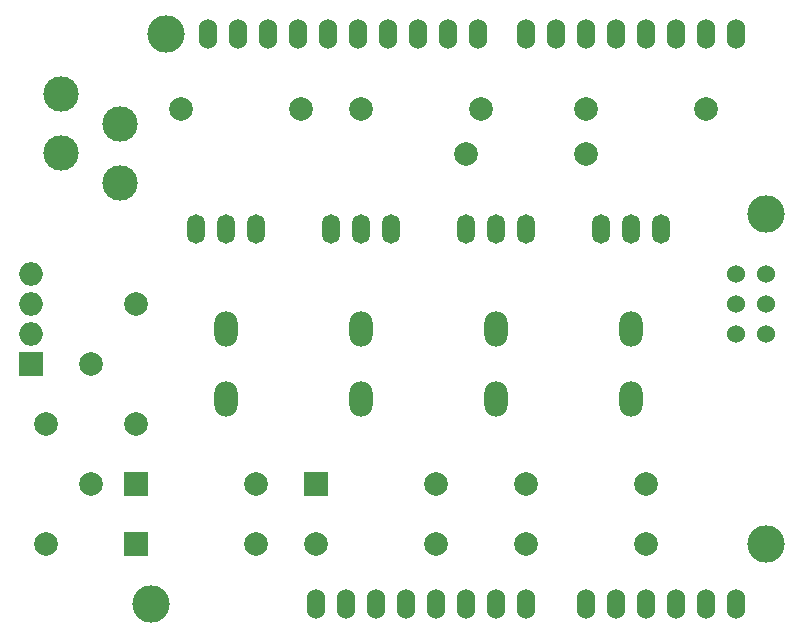
<source format=gbs>
%TF.GenerationSoftware,KiCad,Pcbnew,(6.0.8)*%
%TF.CreationDate,2022-10-08T06:19:35+02:00*%
%TF.ProjectId,BatteryTester,42617474-6572-4795-9465-737465722e6b,rev?*%
%TF.SameCoordinates,Original*%
%TF.FileFunction,Soldermask,Bot*%
%TF.FilePolarity,Negative*%
%FSLAX46Y46*%
G04 Gerber Fmt 4.6, Leading zero omitted, Abs format (unit mm)*
G04 Created by KiCad (PCBNEW (6.0.8)) date 2022-10-08 06:19:35*
%MOMM*%
%LPD*%
G01*
G04 APERTURE LIST*
%ADD10C,1.998980*%
%ADD11R,1.998980X1.998980*%
%ADD12C,3.000000*%
%ADD13O,1.501140X2.499360*%
%ADD14O,1.998980X2.999740*%
%ADD15C,3.175000*%
%ADD16O,1.524000X2.540000*%
%ADD17C,1.524000*%
%ADD18O,1.998980X1.998980*%
G04 APERTURE END LIST*
D10*
%TO.C,D1*%
X171450000Y-96520000D03*
D11*
X161290000Y-96520000D03*
%TD*%
D12*
%TO.C,P1*%
X159941260Y-60919360D03*
X154940000Y-58420000D03*
X159941260Y-65919360D03*
X154940000Y-63420000D03*
%TD*%
D13*
%TO.C,Q1*%
X168910000Y-69850000D03*
X166370000Y-69850000D03*
X171450000Y-69850000D03*
%TD*%
%TO.C,Q2*%
X180340000Y-69850000D03*
X177800000Y-69850000D03*
X182880000Y-69850000D03*
%TD*%
%TO.C,Q3*%
X191770000Y-69850000D03*
X189230000Y-69850000D03*
X194310000Y-69850000D03*
%TD*%
%TO.C,Q4*%
X203200000Y-69850000D03*
X200660000Y-69850000D03*
X205740000Y-69850000D03*
%TD*%
D14*
%TO.C,R4*%
X168910000Y-84279740D03*
X168910000Y-78280260D03*
%TD*%
%TO.C,R6*%
X180340000Y-84279740D03*
X180340000Y-78280260D03*
%TD*%
%TO.C,R8*%
X191770000Y-84279740D03*
X191770000Y-78280260D03*
%TD*%
%TO.C,R10*%
X203200000Y-84279740D03*
X203200000Y-78280260D03*
%TD*%
D15*
%TO.C,SHIELD1*%
X214630000Y-96520000D03*
X163830000Y-53340000D03*
X214630000Y-68580000D03*
X162560000Y-101600000D03*
D16*
X212090000Y-53340000D03*
X209550000Y-53340000D03*
X207010000Y-53340000D03*
X204470000Y-53340000D03*
X184150000Y-101600000D03*
X201930000Y-53340000D03*
X199390000Y-53340000D03*
X186690000Y-101600000D03*
X196850000Y-53340000D03*
X194310000Y-53340000D03*
X190246000Y-53340000D03*
X187706000Y-53340000D03*
X185166000Y-53340000D03*
X182626000Y-53340000D03*
X180086000Y-53340000D03*
X177546000Y-53340000D03*
X199390000Y-101600000D03*
X201930000Y-101600000D03*
X204470000Y-101600000D03*
X207010000Y-101600000D03*
X209550000Y-101600000D03*
X212090000Y-101600000D03*
X172466000Y-53340000D03*
X189230000Y-101600000D03*
X191770000Y-101600000D03*
X175006000Y-53340000D03*
X179070000Y-101600000D03*
X176530000Y-101600000D03*
X181610000Y-101600000D03*
X167386000Y-53340000D03*
X169926000Y-53340000D03*
D17*
X212090000Y-73660000D03*
X214630000Y-73660000D03*
X212090000Y-76200000D03*
X214630000Y-76200000D03*
X212090000Y-78740000D03*
X214630000Y-78740000D03*
D16*
X194310000Y-101600000D03*
%TD*%
D11*
%TO.C,D2*%
X161290000Y-91437460D03*
D10*
X171450000Y-91437460D03*
%TD*%
D11*
%TO.C,D3*%
X176530000Y-91437460D03*
D10*
X186690000Y-91437460D03*
%TD*%
D11*
%TO.C,P2*%
X152400000Y-81280000D03*
D18*
X152400000Y-78740000D03*
X152400000Y-76200000D03*
X152400000Y-73660000D03*
%TD*%
D10*
%TO.C,R1*%
X153670000Y-86360000D03*
X153670000Y-96520000D03*
%TD*%
%TO.C,R2*%
X176530000Y-96520000D03*
X186690000Y-96520000D03*
%TD*%
%TO.C,R3*%
X165100000Y-59690000D03*
X175260000Y-59690000D03*
%TD*%
%TO.C,R5*%
X180340000Y-59690000D03*
X190500000Y-59690000D03*
%TD*%
%TO.C,R7*%
X199390000Y-59690000D03*
X209550000Y-59690000D03*
%TD*%
%TO.C,R9*%
X199390000Y-63500000D03*
X189230000Y-63500000D03*
%TD*%
%TO.C,R11*%
X157480000Y-81280000D03*
X157480000Y-91440000D03*
%TD*%
%TO.C,R12*%
X204470000Y-96520000D03*
X194310000Y-96520000D03*
%TD*%
%TO.C,R13*%
X161290000Y-76200000D03*
X161290000Y-86360000D03*
%TD*%
%TO.C,R14*%
X204470000Y-91440000D03*
X194310000Y-91440000D03*
%TD*%
M02*

</source>
